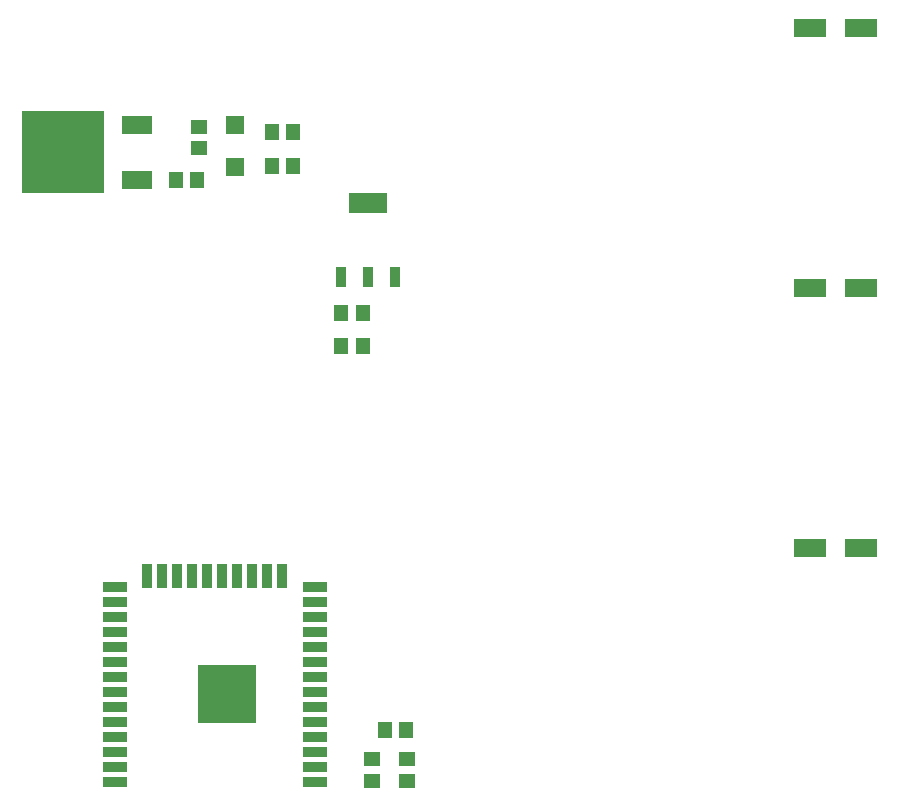
<source format=gtp>
G04*
G04 #@! TF.GenerationSoftware,Altium Limited,Altium Designer,20.2.6 (244)*
G04*
G04 Layer_Color=8421504*
%FSLAX25Y25*%
%MOIN*%
G70*
G04*
G04 #@! TF.SameCoordinates,19DCBCCD-2DC1-4D9F-869A-0ED9DFF81AC8*
G04*
G04*
G04 #@! TF.FilePolarity,Positive*
G04*
G01*
G75*
%ADD10R,0.07874X0.03543*%
%ADD11R,0.03543X0.07874*%
%ADD12R,0.19685X0.19685*%
%ADD13R,0.11024X0.06299*%
%ADD14R,0.27559X0.27559*%
%ADD15R,0.09843X0.05906*%
%ADD16R,0.05512X0.04724*%
%ADD17R,0.03740X0.06890*%
%ADD18R,0.12598X0.06890*%
%ADD19R,0.04724X0.05512*%
%ADD20R,0.05906X0.05906*%
D10*
X161928Y23972D02*
D03*
Y28972D02*
D03*
Y33972D02*
D03*
Y38972D02*
D03*
Y43972D02*
D03*
Y48972D02*
D03*
Y53972D02*
D03*
Y58972D02*
D03*
Y63972D02*
D03*
Y68972D02*
D03*
Y73972D02*
D03*
Y78972D02*
D03*
Y83972D02*
D03*
Y88972D02*
D03*
X94998D02*
D03*
Y83972D02*
D03*
Y78972D02*
D03*
Y73972D02*
D03*
Y68972D02*
D03*
Y63972D02*
D03*
Y58972D02*
D03*
Y53972D02*
D03*
Y48972D02*
D03*
Y43972D02*
D03*
Y38972D02*
D03*
Y33972D02*
D03*
Y28972D02*
D03*
Y23972D02*
D03*
D11*
X150963Y92909D02*
D03*
X145963D02*
D03*
X140963D02*
D03*
X135963D02*
D03*
X130963D02*
D03*
X125963D02*
D03*
X120963D02*
D03*
X115963D02*
D03*
X110963D02*
D03*
X105963D02*
D03*
D12*
X132400Y53500D02*
D03*
D13*
X326835Y188793D02*
D03*
X343765D02*
D03*
X326835Y102179D02*
D03*
X343765D02*
D03*
Y275407D02*
D03*
X326835D02*
D03*
D14*
X77730Y233990D02*
D03*
D15*
X102336Y243045D02*
D03*
Y224935D02*
D03*
D16*
X192476Y24563D02*
D03*
Y31650D02*
D03*
X123005Y235368D02*
D03*
Y242454D02*
D03*
X180665Y24563D02*
D03*
Y31650D02*
D03*
D17*
X170378Y192428D02*
D03*
X179433D02*
D03*
X188488D02*
D03*
D18*
X179433Y217231D02*
D03*
D19*
X184995Y41400D02*
D03*
X192082D02*
D03*
X154543Y229502D02*
D03*
X147457D02*
D03*
X122612Y224738D02*
D03*
X115525D02*
D03*
X147457Y240700D02*
D03*
X154543D02*
D03*
X177673Y169518D02*
D03*
X170586D02*
D03*
X177673Y180443D02*
D03*
X170586D02*
D03*
D20*
X135278Y229265D02*
D03*
Y243045D02*
D03*
M02*

</source>
